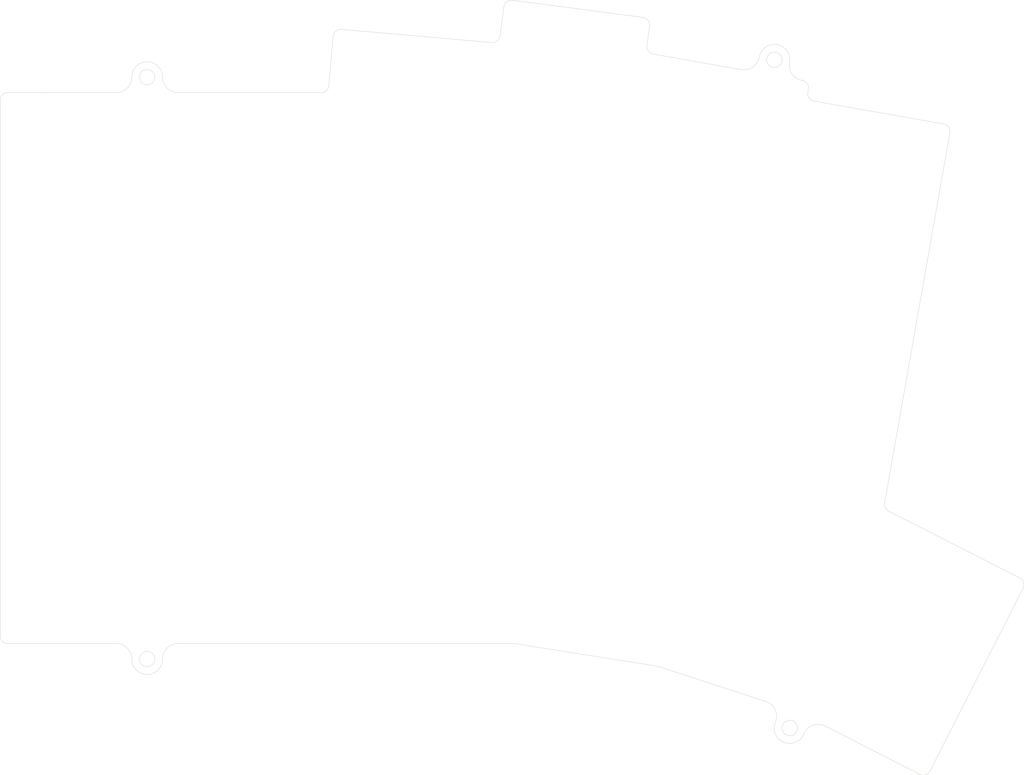
<source format=kicad_pcb>
(kicad_pcb (version 20171130) (host pcbnew "(5.1.2)-2")

  (general
    (thickness 1.6)
    (drawings 55)
    (tracks 0)
    (zones 0)
    (modules 0)
    (nets 1)
  )

  (page A4)
  (layers
    (0 F.Cu signal)
    (31 B.Cu signal)
    (32 B.Adhes user)
    (33 F.Adhes user)
    (34 B.Paste user)
    (35 F.Paste user)
    (36 B.SilkS user)
    (37 F.SilkS user)
    (38 B.Mask user)
    (39 F.Mask user)
    (40 Dwgs.User user hide)
    (41 Cmts.User user)
    (42 Eco1.User user)
    (43 Eco2.User user)
    (44 Edge.Cuts user)
    (45 Margin user)
    (46 B.CrtYd user)
    (47 F.CrtYd user)
    (48 B.Fab user)
    (49 F.Fab user)
  )

  (setup
    (last_trace_width 0.25)
    (trace_clearance 0.2)
    (zone_clearance 0.508)
    (zone_45_only no)
    (trace_min 0.2)
    (via_size 0.8)
    (via_drill 0.4)
    (via_min_size 0.4)
    (via_min_drill 0.3)
    (uvia_size 0.3)
    (uvia_drill 0.1)
    (uvias_allowed no)
    (uvia_min_size 0.2)
    (uvia_min_drill 0.1)
    (edge_width 0.05)
    (segment_width 0.2)
    (pcb_text_width 0.3)
    (pcb_text_size 1.5 1.5)
    (mod_edge_width 0.12)
    (mod_text_size 1 1)
    (mod_text_width 0.15)
    (pad_size 1.524 1.524)
    (pad_drill 0.762)
    (pad_to_mask_clearance 0.051)
    (solder_mask_min_width 0.25)
    (aux_axis_origin 0 0)
    (grid_origin 14.2875 21.9075)
    (visible_elements 7FFFFFFF)
    (pcbplotparams
      (layerselection 0x010fc_ffffffff)
      (usegerberextensions false)
      (usegerberattributes false)
      (usegerberadvancedattributes false)
      (creategerberjobfile false)
      (excludeedgelayer true)
      (linewidth 0.100000)
      (plotframeref false)
      (viasonmask false)
      (mode 1)
      (useauxorigin false)
      (hpglpennumber 1)
      (hpglpenspeed 20)
      (hpglpendiameter 15.000000)
      (psnegative false)
      (psa4output false)
      (plotreference true)
      (plotvalue true)
      (plotinvisibletext false)
      (padsonsilk false)
      (subtractmaskfromsilk false)
      (outputformat 1)
      (mirror false)
      (drillshape 1)
      (scaleselection 1)
      (outputdirectory ""))
  )

  (net 0 "")

  (net_class Default "これはデフォルトのネット クラスです。"
    (clearance 0.2)
    (trace_width 0.25)
    (via_dia 0.8)
    (via_drill 0.4)
    (uvia_dia 0.3)
    (uvia_drill 0.1)
  )

  (gr_line (start 118.707916 101.497444) (end 130.961265 107.7515) (layer Edge.Cuts) (width 0.05) (tstamp 5DF7B4D5))
  (gr_line (start 96.924927 93.7355) (end 78.5005 90.817396) (layer Edge.Cuts) (width 0.05))
  (gr_line (start 111.025886 98.316595) (end 97.0775 93.77213) (layer Edge.Cuts) (width 0.05))
  (gr_line (start 26.7975 90.805) (end 12.74746 90.80504) (layer Edge.Cuts) (width 0.05) (tstamp 5DF7A6E1))
  (gr_line (start 78.34401 90.805) (end 34.7975 90.805) (layer Edge.Cuts) (width 0.05) (tstamp 5DF7A6DC))
  (gr_line (start 11.74746 20.36754) (end 11.74742 89.805) (layer Edge.Cuts) (width 0.05) (tstamp 5DF7A697))
  (gr_arc (start 78.343501 91.805395) (end 78.5005 90.817396) (angle -9) (layer Edge.Cuts) (width 0.05))
  (gr_arc (start 96.768501 94.723129) (end 97.0775 93.77213) (angle -9) (layer Edge.Cuts) (width 0.05))
  (gr_arc (start 114.103987 101.745904) (end 113.338988 103.593903) (angle -89.9557698) (layer Edge.Cuts) (width 0.05) (tstamp 5DF79464))
  (gr_arc (start 114.105413 101.746495) (end 112.257414 100.981496) (angle -89.9557698) (layer Edge.Cuts) (width 0.05))
  (gr_arc (start 117.798917 103.279443) (end 118.707916 101.497444) (angle -94.4773371) (layer Edge.Cuts) (width 0.05) (tstamp 5DF795D8))
  (gr_arc (start 110.409415 100.218497) (end 112.257414 100.981496) (angle -94.47539538) (layer Edge.Cuts) (width 0.05))
  (gr_circle (center 114.104822 101.747921) (end 115.104822 101.747921) (layer Edge.Cuts) (width 0.05))
  (gr_line (start 26.7975 19.3675) (end 17.2725 19.3675) (layer Edge.Cuts) (width 0.05) (tstamp 5DF7803A))
  (gr_line (start 53.351185 19.36776) (end 34.7975 19.3675) (layer Edge.Cuts) (width 0.05) (tstamp 5DF78034))
  (gr_line (start 107.840941 16.390592) (end 96.423396 14.37776) (layer Edge.Cuts) (width 0.05) (tstamp 5DF77FC5))
  (gr_line (start 134.066555 23.43376) (end 117.275561 20.473759) (layer Edge.Cuts) (width 0.05) (tstamp 5DF77FC1))
  (gr_circle (center 112.128329 15.116372) (end 113.128329 15.116372) (layer Edge.Cuts) (width 0.05))
  (gr_arc (start 116.066438 15.811565) (end 114.097439 15.463566) (angle -90.03229264) (layer Edge.Cuts) (width 0.05))
  (gr_arc (start 115.545556 18.76576) (end 116.530555 18.939759) (angle -90.00033214) (layer Edge.Cuts) (width 0.05))
  (gr_line (start 116.464555 19.31476) (end 116.530555 18.939759) (layer Edge.Cuts) (width 0.05) (tstamp 5DEFB90E))
  (gr_arc (start 108.18894 14.421593) (end 107.840941 16.390592) (angle -90.03229892) (layer Edge.Cuts) (width 0.05) (tstamp 5DF776E3))
  (gr_arc (start 112.12733 15.115371) (end 112.475329 13.146372) (angle -90.03229892) (layer Edge.Cuts) (width 0.05) (tstamp 5DF776E3))
  (gr_arc (start 112.12844 15.115567) (end 114.097439 15.463566) (angle -90.03229892) (layer Edge.Cuts) (width 0.05) (tstamp 5DF77669))
  (gr_line (start 12.7475 19.3675) (end 17.2725 19.3675) (layer Edge.Cuts) (width 0.05) (tstamp 5DF77596))
  (gr_arc (start 34.7975 17.3675) (end 32.7975 17.3675) (angle -90) (layer Edge.Cuts) (width 0.05))
  (gr_arc (start 26.7975 17.3675) (end 26.7975 19.3675) (angle -90) (layer Edge.Cuts) (width 0.05))
  (gr_arc (start 30.7975 17.3675) (end 32.7975 17.3675) (angle -90) (layer Edge.Cuts) (width 0.05))
  (gr_arc (start 30.7975 17.3675) (end 30.7975 15.3675) (angle -90) (layer Edge.Cuts) (width 0.05))
  (gr_circle (center 30.7975 17.3675) (end 31.7975 17.3675) (layer Edge.Cuts) (width 0.05))
  (gr_arc (start 26.7975 92.805) (end 28.7975 92.805) (angle -90) (layer Edge.Cuts) (width 0.05))
  (gr_arc (start 34.7975 92.805) (end 34.7975 90.805) (angle -90) (layer Edge.Cuts) (width 0.05))
  (gr_arc (start 30.7975 92.805) (end 28.7975 92.805) (angle -180) (layer Edge.Cuts) (width 0.05))
  (gr_circle (center 30.7975 92.805) (end 31.7975 92.805) (layer Edge.Cuts) (width 0.05))
  (gr_line (start 54.347555 18.454425) (end 54.911555 11.995793) (layer Edge.Cuts) (width 0.05) (tstamp 5DEFB92A))
  (gr_line (start 75.479277 12.87876) (end 55.983094 11.17376) (layer Edge.Cuts) (width 0.05) (tstamp 5DEFB91B))
  (gr_line (start 76.557555 12.012947) (end 77.051555 8.254907) (layer Edge.Cuts) (width 0.05) (tstamp 5DEFB91A))
  (gr_line (start 78.173572 7.39476) (end 95.078123 9.61976) (layer Edge.Cuts) (width 0.05) (tstamp 5DEFB916))
  (gr_line (start 95.606555 13.262429) (end 95.939555 10.741683) (layer Edge.Cuts) (width 0.05) (tstamp 5DEFB912))
  (gr_line (start 126.41717 72.571793) (end 134.877561 24.592759) (layer Edge.Cuts) (width 0.05) (tstamp 5DEFB909))
  (gr_line (start 126.947555 73.63676) (end 143.934034 82.2915) (layer Edge.Cuts) (width 0.05) (tstamp 5DEFB908))
  (gr_line (start 132.3065 107.314034) (end 144.3715 83.636735) (layer Edge.Cuts) (width 0.05) (tstamp 5DEFB89D))
  (gr_arc (start 131.415264 106.860501) (end 130.961265 107.7515) (angle -90.02993423) (layer Edge.Cuts) (width 0.05) (tstamp 5DEFB22F))
  (gr_arc (start 143.480501 83.182736) (end 144.3715 83.636735) (angle -90.02993423) (layer Edge.Cuts) (width 0.05))
  (gr_arc (start 12.74746 89.805) (end 11.74742 89.805) (angle -90) (layer Edge.Cuts) (width 0.05) (tstamp 5DEF9B3C))
  (gr_arc (start 12.7475 20.36754) (end 12.7475 19.3675) (angle -90) (layer Edge.Cuts) (width 0.05))
  (gr_arc (start 127.402169 72.745792) (end 126.41717 72.571793) (angle -72.98507255) (layer Edge.Cuts) (width 0.05))
  (gr_arc (start 117.449554 19.488759) (end 116.464555 19.31476) (angle -90.00033214) (layer Edge.Cuts) (width 0.05) (tstamp 5DEF9336))
  (gr_arc (start 133.892562 24.41876) (end 134.877561 24.592759) (angle -90.00033214) (layer Edge.Cuts) (width 0.05) (tstamp 5DEF931E))
  (gr_arc (start 96.597554 13.393428) (end 95.606555 13.262429) (angle -87.49671504) (layer Edge.Cuts) (width 0.05))
  (gr_arc (start 94.947556 10.611684) (end 95.939555 10.741683) (angle -89.96720461) (layer Edge.Cuts) (width 0.05))
  (gr_arc (start 78.042573 8.385759) (end 78.173572 7.39476) (angle -90.00849606) (layer Edge.Cuts) (width 0.05))
  (gr_arc (start 75.566276 11.882761) (end 75.479277 12.87876) (angle -87.51012757) (layer Edge.Cuts) (width 0.05))
  (gr_arc (start 55.896095 12.169759) (end 55.983094 11.17376) (angle -84.97140846) (layer Edge.Cuts) (width 0.05))
  (gr_arc (start 53.351185 18.367616) (end 53.351185 19.36776) (angle -85.02068564) (layer Edge.Cuts) (width 0.05))

)

</source>
